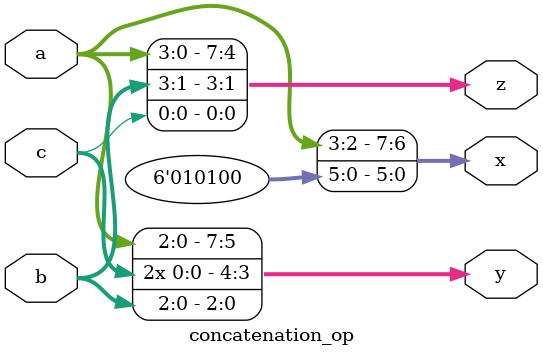
<source format=v>
`timescale 1ns / 1ps
module concatenation_op(input [3:0]a,b, input c, output [7:0]x,y,z );

assign x={{a[3:2]},{3'b010},{3'b100}};
assign y={{a[2:0]},{2{c}},{b[2:0]}};
assign z={{a},{b[3:1]},{c}};

endmodule

</source>
